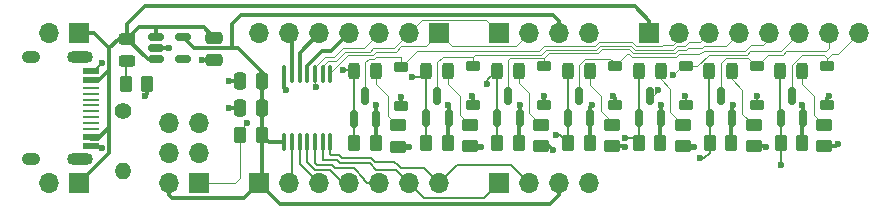
<source format=gbr>
%TF.GenerationSoftware,KiCad,Pcbnew,8.0.6*%
%TF.CreationDate,2024-11-04T18:07:15+01:00*%
%TF.ProjectId,ATtiny3,41547469-6e79-4332-9e6b-696361645f70,rev?*%
%TF.SameCoordinates,Original*%
%TF.FileFunction,Copper,L1,Top*%
%TF.FilePolarity,Positive*%
%FSLAX46Y46*%
G04 Gerber Fmt 4.6, Leading zero omitted, Abs format (unit mm)*
G04 Created by KiCad (PCBNEW 8.0.6) date 2024-11-04 18:07:15*
%MOMM*%
%LPD*%
G01*
G04 APERTURE LIST*
G04 Aperture macros list*
%AMRoundRect*
0 Rectangle with rounded corners*
0 $1 Rounding radius*
0 $2 $3 $4 $5 $6 $7 $8 $9 X,Y pos of 4 corners*
0 Add a 4 corners polygon primitive as box body*
4,1,4,$2,$3,$4,$5,$6,$7,$8,$9,$2,$3,0*
0 Add four circle primitives for the rounded corners*
1,1,$1+$1,$2,$3*
1,1,$1+$1,$4,$5*
1,1,$1+$1,$6,$7*
1,1,$1+$1,$8,$9*
0 Add four rect primitives between the rounded corners*
20,1,$1+$1,$2,$3,$4,$5,0*
20,1,$1+$1,$4,$5,$6,$7,0*
20,1,$1+$1,$6,$7,$8,$9,0*
20,1,$1+$1,$8,$9,$2,$3,0*%
G04 Aperture macros list end*
%TA.AperFunction,SMDPad,CuDef*%
%ADD10RoundRect,0.250000X-0.262500X-0.450000X0.262500X-0.450000X0.262500X0.450000X-0.262500X0.450000X0*%
%TD*%
%TA.AperFunction,SMDPad,CuDef*%
%ADD11RoundRect,0.150000X-0.512500X-0.150000X0.512500X-0.150000X0.512500X0.150000X-0.512500X0.150000X0*%
%TD*%
%TA.AperFunction,ComponentPad*%
%ADD12R,1.700000X1.700000*%
%TD*%
%TA.AperFunction,ComponentPad*%
%ADD13O,1.700000X1.700000*%
%TD*%
%TA.AperFunction,SMDPad,CuDef*%
%ADD14RoundRect,0.250000X0.250000X0.475000X-0.250000X0.475000X-0.250000X-0.475000X0.250000X-0.475000X0*%
%TD*%
%TA.AperFunction,SMDPad,CuDef*%
%ADD15RoundRect,0.243750X-0.243750X-0.456250X0.243750X-0.456250X0.243750X0.456250X-0.243750X0.456250X0*%
%TD*%
%TA.AperFunction,SMDPad,CuDef*%
%ADD16R,1.450000X0.250000*%
%TD*%
%TA.AperFunction,SMDPad,CuDef*%
%ADD17R,1.450000X0.300000*%
%TD*%
%TA.AperFunction,ComponentPad*%
%ADD18RoundRect,0.500000X-0.600000X0.000010X-0.600000X-0.000010X0.600000X-0.000010X0.600000X0.000010X0*%
%TD*%
%TA.AperFunction,ComponentPad*%
%ADD19RoundRect,0.500000X-0.300000X0.000010X-0.300000X-0.000010X0.300000X-0.000010X0.300000X0.000010X0*%
%TD*%
%TA.AperFunction,SMDPad,CuDef*%
%ADD20RoundRect,0.150000X0.150000X-0.587500X0.150000X0.587500X-0.150000X0.587500X-0.150000X-0.587500X0*%
%TD*%
%TA.AperFunction,SMDPad,CuDef*%
%ADD21RoundRect,0.250000X-0.450000X0.262500X-0.450000X-0.262500X0.450000X-0.262500X0.450000X0.262500X0*%
%TD*%
%TA.AperFunction,SMDPad,CuDef*%
%ADD22RoundRect,0.250000X-0.475000X0.250000X-0.475000X-0.250000X0.475000X-0.250000X0.475000X0.250000X0*%
%TD*%
%TA.AperFunction,SMDPad,CuDef*%
%ADD23RoundRect,0.250000X0.262500X0.450000X-0.262500X0.450000X-0.262500X-0.450000X0.262500X-0.450000X0*%
%TD*%
%TA.AperFunction,SMDPad,CuDef*%
%ADD24RoundRect,0.225000X0.375000X-0.225000X0.375000X0.225000X-0.375000X0.225000X-0.375000X-0.225000X0*%
%TD*%
%TA.AperFunction,SMDPad,CuDef*%
%ADD25RoundRect,0.100000X0.100000X-0.637500X0.100000X0.637500X-0.100000X0.637500X-0.100000X-0.637500X0*%
%TD*%
%TA.AperFunction,SMDPad,CuDef*%
%ADD26RoundRect,0.243750X-0.456250X0.243750X-0.456250X-0.243750X0.456250X-0.243750X0.456250X0.243750X0*%
%TD*%
%TA.AperFunction,ComponentPad*%
%ADD27C,1.400000*%
%TD*%
%TA.AperFunction,ComponentPad*%
%ADD28O,1.400000X1.400000*%
%TD*%
%TA.AperFunction,ViaPad*%
%ADD29C,0.600000*%
%TD*%
%TA.AperFunction,Conductor*%
%ADD30C,0.300000*%
%TD*%
%TA.AperFunction,Conductor*%
%ADD31C,0.200000*%
%TD*%
%TA.AperFunction,Conductor*%
%ADD32C,0.100000*%
%TD*%
G04 APERTURE END LIST*
D10*
%TO.P,rgate3,1,1*%
%TO.N,PA3*%
X60767100Y-32149700D03*
%TO.P,rgate3,2,2*%
%TO.N,GND*%
X62592100Y-32149700D03*
%TD*%
D11*
%TO.P,U1,1,VIN*%
%TO.N,+5V*%
X31882500Y-23180000D03*
%TO.P,U1,2,GND*%
%TO.N,GND*%
X31882500Y-24130000D03*
%TO.P,U1,3,EN*%
%TO.N,+5V*%
X31882500Y-25080000D03*
%TO.P,U1,4,NC*%
%TO.N,unconnected-(U1-NC-Pad4)*%
X34157500Y-25080000D03*
%TO.P,U1,5,VOUT*%
%TO.N,+3.3V*%
X34157500Y-23180000D03*
%TD*%
D12*
%TO.P,J7,1,Pin_1*%
%TO.N,+3.3V*%
X40640000Y-35560000D03*
D13*
%TO.P,J7,2,Pin_2*%
%TO.N,PA4*%
X43180000Y-35560000D03*
%TO.P,J7,3,Pin_3*%
%TO.N,PA5*%
X45720000Y-35560000D03*
%TO.P,J7,4,Pin_4*%
%TO.N,PA6*%
X48260000Y-35560000D03*
%TO.P,J7,5,Pin_5*%
%TO.N,PA7*%
X50800000Y-35560000D03*
%TO.P,J7,6,Pin_6*%
%TO.N,PB3-RX*%
X53340000Y-35560000D03*
%TO.P,J7,7,Pin_7*%
%TO.N,PB2-TX*%
X55880000Y-35560000D03*
%TD*%
D10*
%TO.P,rgate4,1,1*%
%TO.N,PA4*%
X66767100Y-32149700D03*
%TO.P,rgate4,2,2*%
%TO.N,GND*%
X68592100Y-32149700D03*
%TD*%
D14*
%TO.P,C3,1,1*%
%TO.N,+3.3V*%
X40894000Y-29210000D03*
%TO.P,C3,2,2*%
%TO.N,GND*%
X38994000Y-29210000D03*
%TD*%
D15*
%TO.P,led7,1,+*%
%TO.N,PA7*%
X84742100Y-26053700D03*
%TO.P,led7,2,-*%
%TO.N,Net-(led7--)*%
X86617100Y-26053700D03*
%TD*%
D16*
%TO.P,J4,A1,GND*%
%TO.N,GND*%
X26372500Y-25855000D03*
%TO.P,J4,A4,VBUS*%
%TO.N,+5V*%
X26372500Y-26655000D03*
%TO.P,J4,A5,CC1*%
%TO.N,unconnected-(J4-CC1-PadA5)*%
X26372500Y-27980000D03*
%TO.P,J4,A6,D+*%
%TO.N,unconnected-(J4-D+-PadA6)*%
X26372500Y-28980000D03*
%TO.P,J4,A7,D-*%
%TO.N,unconnected-(J4-D--PadA7)*%
X26372500Y-29480000D03*
%TO.P,J4,A8,SBU1*%
%TO.N,unconnected-(J4-SBU1-PadA8)*%
X26372500Y-30480000D03*
%TO.P,J4,A9,VBUS*%
%TO.N,+5V*%
X26372500Y-31805000D03*
%TO.P,J4,A12,GND*%
%TO.N,GND*%
X26372500Y-32605000D03*
D17*
%TO.P,J4,B1,GND*%
X26372500Y-32330000D03*
%TO.P,J4,B4,VBUS*%
%TO.N,+5V*%
X26372500Y-31530000D03*
D16*
%TO.P,J4,B5,CC2*%
%TO.N,unconnected-(J4-CC2-PadB5)*%
X26372500Y-30980000D03*
%TO.P,J4,B6,D+*%
%TO.N,unconnected-(J4-D+-PadB6)*%
X26372500Y-29980000D03*
%TO.P,J4,B7,D-*%
%TO.N,unconnected-(J4-D--PadB7)*%
X26372500Y-28480000D03*
%TO.P,J4,B8,SBU2*%
%TO.N,unconnected-(J4-SBU2-PadB8)*%
X26372500Y-27480000D03*
D17*
%TO.P,J4,B9,VBUS*%
%TO.N,+5V*%
X26372500Y-26930000D03*
%TO.P,J4,B12,GND*%
%TO.N,GND*%
X26372500Y-26130000D03*
D18*
%TO.P,J4,S1,SHIELD*%
%TO.N,Net-(J4-SHIELD)*%
X25452500Y-24910000D03*
D19*
X21272500Y-24910000D03*
D18*
X25452500Y-33550000D03*
D19*
X21272500Y-33550000D03*
%TD*%
D10*
%TO.P,rgate2,1,1*%
%TO.N,PA2*%
X54767100Y-32149700D03*
%TO.P,rgate2,2,2*%
%TO.N,GND*%
X56592100Y-32149700D03*
%TD*%
D20*
%TO.P,q5,1,G*%
%TO.N,PA5*%
X72763600Y-30039200D03*
%TO.P,q5,2,S*%
%TO.N,GND*%
X74663600Y-30039200D03*
%TO.P,q5,3,D*%
%TO.N,OUT5*%
X73713600Y-28164200D03*
%TD*%
D21*
%TO.P,rled2,1,1*%
%TO.N,Net-(led2--)*%
X58473600Y-30602200D03*
%TO.P,rled2,2,2*%
%TO.N,GND*%
X58473600Y-32427200D03*
%TD*%
D22*
%TO.P,C1,1,1*%
%TO.N,+5V*%
X36830000Y-23246000D03*
%TO.P,C1,2,2*%
%TO.N,GND*%
X36830000Y-25146000D03*
%TD*%
D21*
%TO.P,rled6,1,1*%
%TO.N,Net-(led6--)*%
X82473600Y-30602200D03*
%TO.P,rled6,2,2*%
%TO.N,GND*%
X82473600Y-32427200D03*
%TD*%
D20*
%TO.P,q3,1,G*%
%TO.N,PA3*%
X60763600Y-30039200D03*
%TO.P,q3,2,S*%
%TO.N,GND*%
X62663600Y-30039200D03*
%TO.P,q3,3,D*%
%TO.N,OUT3*%
X61713600Y-28164200D03*
%TD*%
D15*
%TO.P,led5,1,+*%
%TO.N,PA5*%
X72742100Y-26053700D03*
%TO.P,led5,2,-*%
%TO.N,Net-(led5--)*%
X74617100Y-26053700D03*
%TD*%
D10*
%TO.P,rgate5,1,1*%
%TO.N,PA5*%
X72767100Y-32149700D03*
%TO.P,rgate5,2,2*%
%TO.N,GND*%
X74592100Y-32149700D03*
%TD*%
D23*
%TO.P,R2,1,1*%
%TO.N,+3.3V*%
X40856500Y-31496000D03*
%TO.P,R2,2,2*%
%TO.N,PA0-UPDI*%
X39031500Y-31496000D03*
%TD*%
D15*
%TO.P,led6,1,+*%
%TO.N,PA6*%
X78742100Y-26053700D03*
%TO.P,led6,2,-*%
%TO.N,Net-(led6--)*%
X80617100Y-26053700D03*
%TD*%
%TO.P,led4,1,+*%
%TO.N,PA4*%
X66742100Y-26053700D03*
%TO.P,led4,2,-*%
%TO.N,Net-(led4--)*%
X68617100Y-26053700D03*
%TD*%
D24*
%TO.P,dq5,1,+*%
%TO.N,GND*%
X76727600Y-28973700D03*
%TO.P,dq5,2,-*%
%TO.N,OUT5*%
X76727600Y-25673700D03*
%TD*%
D10*
%TO.P,rgate7,1,1*%
%TO.N,PA7*%
X84767100Y-32149700D03*
%TO.P,rgate7,2,2*%
%TO.N,GND*%
X86592100Y-32149700D03*
%TD*%
D15*
%TO.P,led2,1,+*%
%TO.N,PA2*%
X54742100Y-26053700D03*
%TO.P,led2,2,-*%
%TO.N,Net-(led2--)*%
X56617100Y-26053700D03*
%TD*%
D10*
%TO.P,rgate6,1,1*%
%TO.N,PA6*%
X78767100Y-32149700D03*
%TO.P,rgate6,2,2*%
%TO.N,GND*%
X80592100Y-32149700D03*
%TD*%
D24*
%TO.P,dq6,1,+*%
%TO.N,GND*%
X82727600Y-28973700D03*
%TO.P,dq6,2,-*%
%TO.N,OUT6*%
X82727600Y-25673700D03*
%TD*%
D21*
%TO.P,rled4,1,1*%
%TO.N,Net-(led4--)*%
X70473600Y-30602200D03*
%TO.P,rled4,2,2*%
%TO.N,GND*%
X70473600Y-32427200D03*
%TD*%
D24*
%TO.P,dq7,1,+*%
%TO.N,GND*%
X88727600Y-28973700D03*
%TO.P,dq7,2,-*%
%TO.N,OUT7*%
X88727600Y-25673700D03*
%TD*%
%TO.P,dq4,1,+*%
%TO.N,GND*%
X70727600Y-28973700D03*
%TO.P,dq4,2,-*%
%TO.N,OUT4*%
X70727600Y-25673700D03*
%TD*%
D12*
%TO.P,J9,1,Pin_1*%
%TO.N,+5V*%
X73660000Y-22860000D03*
D13*
%TO.P,J9,2,Pin_2*%
%TO.N,OUT1*%
X76200000Y-22860000D03*
%TO.P,J9,3,Pin_3*%
%TO.N,OUT2*%
X78740000Y-22860000D03*
%TO.P,J9,4,Pin_4*%
%TO.N,OUT3*%
X81280000Y-22860000D03*
%TO.P,J9,5,Pin_5*%
%TO.N,OUT4*%
X83820000Y-22860000D03*
%TO.P,J9,6,Pin_6*%
%TO.N,OUT5*%
X86360000Y-22860000D03*
%TO.P,J9,7,Pin_7*%
%TO.N,OUT6*%
X88900000Y-22860000D03*
%TO.P,J9,8,Pin_8*%
%TO.N,OUT7*%
X91440000Y-22860000D03*
%TD*%
D21*
%TO.P,rled5,1,1*%
%TO.N,Net-(led5--)*%
X76473600Y-30602200D03*
%TO.P,rled5,2,2*%
%TO.N,GND*%
X76473600Y-32427200D03*
%TD*%
D24*
%TO.P,dq3,1,+*%
%TO.N,GND*%
X64727600Y-28973700D03*
%TO.P,dq3,2,-*%
%TO.N,OUT3*%
X64727600Y-25673700D03*
%TD*%
D12*
%TO.P,J8,1,Pin_1*%
%TO.N,PB1-SDA*%
X55880000Y-22860000D03*
D13*
%TO.P,J8,2,Pin_2*%
%TO.N,PB0-SCL*%
X53340000Y-22860000D03*
%TO.P,J8,3,Pin_3*%
%TO.N,PA0-UPDI*%
X50800000Y-22860000D03*
%TO.P,J8,4,Pin_4*%
%TO.N,PA1*%
X48260000Y-22860000D03*
%TO.P,J8,5,Pin_5*%
%TO.N,PA2*%
X45720000Y-22860000D03*
%TO.P,J8,6,Pin_6*%
%TO.N,PA3*%
X43180000Y-22860000D03*
%TO.P,J8,7,Pin_7*%
%TO.N,GND*%
X40640000Y-22860000D03*
%TD*%
D21*
%TO.P,rled1,1,1*%
%TO.N,Net-(led1--)*%
X52361100Y-30649700D03*
%TO.P,rled1,2,2*%
%TO.N,GND*%
X52361100Y-32474700D03*
%TD*%
D24*
%TO.P,dq1,1,+*%
%TO.N,GND*%
X52615100Y-29021200D03*
%TO.P,dq1,2,-*%
%TO.N,OUT1*%
X52615100Y-25721200D03*
%TD*%
D12*
%TO.P,J6,1,Pin_1*%
%TO.N,+5V*%
X25400000Y-22860000D03*
D13*
%TO.P,J6,2,Pin_2*%
%TO.N,GND*%
X22860000Y-22860000D03*
%TD*%
D20*
%TO.P,q2,1,G*%
%TO.N,PA2*%
X54763600Y-30039200D03*
%TO.P,q2,2,S*%
%TO.N,GND*%
X56663600Y-30039200D03*
%TO.P,q2,3,D*%
%TO.N,OUT2*%
X55713600Y-28164200D03*
%TD*%
D24*
%TO.P,dq2,1,+*%
%TO.N,GND*%
X58727600Y-28973700D03*
%TO.P,dq2,2,-*%
%TO.N,OUT2*%
X58727600Y-25673700D03*
%TD*%
D12*
%TO.P,J1,1,Pin_1*%
%TO.N,PA0-UPDI*%
X35560000Y-35560000D03*
D13*
%TO.P,J1,2,Pin_2*%
%TO.N,+3.3V*%
X33020000Y-35560000D03*
%TO.P,J1,3,Pin_3*%
%TO.N,unconnected-(J1-Pin_3-Pad3)*%
X35560000Y-33020000D03*
%TO.P,J1,4,Pin_4*%
%TO.N,unconnected-(J1-Pin_4-Pad4)*%
X33020000Y-33020000D03*
%TO.P,J1,5,Pin_5*%
%TO.N,unconnected-(J1-Pin_5-Pad5)*%
X35560000Y-30480000D03*
%TO.P,J1,6,Pin_6*%
%TO.N,GND*%
X33020000Y-30480000D03*
%TD*%
D12*
%TO.P,J2,1,Pin_1*%
%TO.N,PB0-SCL*%
X60960000Y-22860000D03*
D13*
%TO.P,J2,2,Pin_2*%
%TO.N,PB1-SDA*%
X63500000Y-22860000D03*
%TO.P,J2,3,Pin_3*%
%TO.N,+3.3V*%
X66040000Y-22860000D03*
%TO.P,J2,4,Pin_4*%
%TO.N,GND*%
X68580000Y-22860000D03*
%TD*%
D10*
%TO.P,rgate1,1,1*%
%TO.N,PA1*%
X48654600Y-32197200D03*
%TO.P,rgate1,2,2*%
%TO.N,GND*%
X50479600Y-32197200D03*
%TD*%
D25*
%TO.P,U2,1,VCC*%
%TO.N,+3.3V*%
X42754000Y-32072500D03*
%TO.P,U2,2,PA4*%
%TO.N,PA4*%
X43404000Y-32072500D03*
%TO.P,U2,3,PA5*%
%TO.N,PA5*%
X44054000Y-32072500D03*
%TO.P,U2,4,PA6*%
%TO.N,PA6*%
X44704000Y-32072500D03*
%TO.P,U2,5,PA7*%
%TO.N,PA7*%
X45354000Y-32072500D03*
%TO.P,U2,6,PB3*%
%TO.N,PB3-RX*%
X46004000Y-32072500D03*
%TO.P,U2,7,PB2*%
%TO.N,PB2-TX*%
X46654000Y-32072500D03*
%TO.P,U2,8,PB1*%
%TO.N,PB1-SDA*%
X46654000Y-26347500D03*
%TO.P,U2,9,PB0*%
%TO.N,PB0-SCL*%
X46004000Y-26347500D03*
%TO.P,U2,10,~{RESET}/PA0*%
%TO.N,PA0-UPDI*%
X45354000Y-26347500D03*
%TO.P,U2,11,PA1*%
%TO.N,PA1*%
X44704000Y-26347500D03*
%TO.P,U2,12,PA2*%
%TO.N,PA2*%
X44054000Y-26347500D03*
%TO.P,U2,13,PA3*%
%TO.N,PA3*%
X43404000Y-26347500D03*
%TO.P,U2,14,GND*%
%TO.N,GND*%
X42754000Y-26347500D03*
%TD*%
D15*
%TO.P,led1,1,+*%
%TO.N,PA1*%
X48629600Y-26101200D03*
%TO.P,led1,2,-*%
%TO.N,Net-(led1--)*%
X50504600Y-26101200D03*
%TD*%
D21*
%TO.P,rled3,1,1*%
%TO.N,Net-(led3--)*%
X64473600Y-30602200D03*
%TO.P,rled3,2,2*%
%TO.N,GND*%
X64473600Y-32427200D03*
%TD*%
D12*
%TO.P,J5,1,Pin_1*%
%TO.N,+5V*%
X25400000Y-35560000D03*
D13*
%TO.P,J5,2,Pin_2*%
%TO.N,GND*%
X22860000Y-35560000D03*
%TD*%
D10*
%TO.P,RLedON1,1,1*%
%TO.N,Net-(LedON1--)*%
X29313500Y-27178000D03*
%TO.P,RLedON1,2,2*%
%TO.N,GND*%
X31138500Y-27178000D03*
%TD*%
D12*
%TO.P,J3,1,Pin_1*%
%TO.N,PB3-RX*%
X60960000Y-35560000D03*
D13*
%TO.P,J3,2,Pin_2*%
%TO.N,PB2-TX*%
X63500000Y-35560000D03*
%TO.P,J3,3,Pin_3*%
%TO.N,+3.3V*%
X66040000Y-35560000D03*
%TO.P,J3,4,Pin_4*%
%TO.N,GND*%
X68580000Y-35560000D03*
%TD*%
D20*
%TO.P,q1,1,G*%
%TO.N,PA1*%
X48651100Y-30086700D03*
%TO.P,q1,2,S*%
%TO.N,GND*%
X50551100Y-30086700D03*
%TO.P,q1,3,D*%
%TO.N,OUT1*%
X49601100Y-28211700D03*
%TD*%
D26*
%TO.P,LedON1,1,+*%
%TO.N,+5V*%
X29464000Y-23343000D03*
%TO.P,LedON1,2,-*%
%TO.N,Net-(LedON1--)*%
X29464000Y-25218000D03*
%TD*%
D15*
%TO.P,led3,1,+*%
%TO.N,PA3*%
X60742100Y-26053700D03*
%TO.P,led3,2,-*%
%TO.N,Net-(led3--)*%
X62617100Y-26053700D03*
%TD*%
D27*
%TO.P,R1,1*%
%TO.N,Net-(J4-SHIELD)*%
X29083000Y-29464000D03*
D28*
%TO.P,R1,2*%
%TO.N,GND*%
X29083000Y-34544000D03*
%TD*%
D21*
%TO.P,rled7,1,1*%
%TO.N,Net-(led7--)*%
X88473600Y-30602200D03*
%TO.P,rled7,2,2*%
%TO.N,GND*%
X88473600Y-32427200D03*
%TD*%
D20*
%TO.P,q4,1,G*%
%TO.N,PA4*%
X66763600Y-30039200D03*
%TO.P,q4,2,S*%
%TO.N,GND*%
X68663600Y-30039200D03*
%TO.P,q4,3,D*%
%TO.N,OUT4*%
X67713600Y-28164200D03*
%TD*%
%TO.P,q6,1,G*%
%TO.N,PA6*%
X78763600Y-30039200D03*
%TO.P,q6,2,S*%
%TO.N,GND*%
X80663600Y-30039200D03*
%TO.P,q6,3,D*%
%TO.N,OUT6*%
X79713600Y-28164200D03*
%TD*%
%TO.P,q7,1,G*%
%TO.N,PA7*%
X84763600Y-30039200D03*
%TO.P,q7,2,S*%
%TO.N,GND*%
X86663600Y-30039200D03*
%TO.P,q7,3,D*%
%TO.N,OUT7*%
X85713600Y-28164200D03*
%TD*%
D14*
%TO.P,C2,1,1*%
%TO.N,+3.3V*%
X40894000Y-26924000D03*
%TO.P,C2,2,2*%
%TO.N,GND*%
X38994000Y-26924000D03*
%TD*%
D29*
%TO.N,GND*%
X62738000Y-28956000D03*
X30988000Y-28194000D03*
X33020000Y-24130000D03*
X53340000Y-32512000D03*
X27290000Y-32605000D03*
X80772000Y-28956000D03*
X71628000Y-32512000D03*
X27290000Y-25400000D03*
X77470000Y-32512000D03*
X58674000Y-28194000D03*
X56642000Y-28956000D03*
X88900000Y-28194000D03*
X38100000Y-29210000D03*
X68834000Y-28956000D03*
X86614000Y-28956000D03*
X65532000Y-32766000D03*
X89662000Y-32258000D03*
X82804000Y-28194000D03*
X83566000Y-32512000D03*
X59436000Y-32512000D03*
X52615100Y-28231100D03*
X50546000Y-28956000D03*
X35814000Y-25146000D03*
X38100000Y-26924000D03*
X64770000Y-28194000D03*
X42926000Y-27686000D03*
X70612000Y-28194000D03*
X76708000Y-28194000D03*
X74676000Y-28956000D03*
%TO.N,PA0-UPDI*%
X45466000Y-27432000D03*
X39624000Y-30480000D03*
%TO.N,PA4*%
X65786000Y-31496000D03*
%TO.N,PA6*%
X77978000Y-33436000D03*
%TO.N,PA7*%
X84836000Y-34036000D03*
%TO.N,PA5*%
X71628000Y-31711997D03*
%TO.N,PA2*%
X53594000Y-26578000D03*
%TO.N,PA3*%
X59944000Y-27178000D03*
%TO.N,PA1*%
X47676174Y-25999644D03*
%TO.N,OUT5*%
X74422000Y-27686000D03*
X75692000Y-26416000D03*
%TD*%
D30*
%TO.N,+3.3V*%
X66040000Y-21844000D02*
X66040000Y-22860000D01*
X66040000Y-36576000D02*
X66040000Y-35560000D01*
X65532000Y-21336000D02*
X66040000Y-21844000D01*
X38354000Y-24130000D02*
X38354000Y-22098000D01*
X40894000Y-29210000D02*
X40894000Y-31458500D01*
X41433000Y-32072500D02*
X40856500Y-31496000D01*
X40856500Y-31496000D02*
X40856500Y-35343500D01*
X38354000Y-24130000D02*
X38862000Y-24130000D01*
X42418000Y-37338000D02*
X65278000Y-37338000D01*
X40894000Y-26924000D02*
X40894000Y-29210000D01*
X65278000Y-37338000D02*
X66040000Y-36576000D01*
X40894000Y-26162000D02*
X40894000Y-26924000D01*
X38354000Y-22098000D02*
X39116000Y-21336000D01*
X33020000Y-35560000D02*
X33020000Y-36576000D01*
X33274000Y-36830000D02*
X39370000Y-36830000D01*
X39370000Y-36830000D02*
X40640000Y-35560000D01*
X40894000Y-31458500D02*
X40856500Y-31496000D01*
X38862000Y-24130000D02*
X40894000Y-26162000D01*
X34157500Y-23180000D02*
X35107500Y-24130000D01*
X35107500Y-24130000D02*
X38354000Y-24130000D01*
X42754000Y-32072500D02*
X41433000Y-32072500D01*
X40640000Y-35560000D02*
X42418000Y-37338000D01*
X33020000Y-36576000D02*
X33274000Y-36830000D01*
X40856500Y-35343500D02*
X40640000Y-35560000D01*
X39116000Y-21336000D02*
X65532000Y-21336000D01*
%TO.N,GND*%
X62592100Y-32149700D02*
X62592100Y-30110700D01*
X38994000Y-26924000D02*
X38100000Y-26924000D01*
X50479600Y-30158200D02*
X50551100Y-30086700D01*
X80592100Y-30110700D02*
X80663600Y-30039200D01*
X65193200Y-32427200D02*
X65278000Y-32512000D01*
D31*
X26835000Y-25855000D02*
X27290000Y-25400000D01*
X26372500Y-25855000D02*
X26835000Y-25855000D01*
D30*
X88727600Y-28366400D02*
X88900000Y-28194000D01*
X53302700Y-32474700D02*
X53340000Y-32512000D01*
X64473600Y-32427200D02*
X65193200Y-32427200D01*
X38994000Y-29210000D02*
X38100000Y-29210000D01*
X86592100Y-32149700D02*
X86592100Y-30110700D01*
X62592100Y-30110700D02*
X62663600Y-30039200D01*
X31138500Y-28043500D02*
X30988000Y-28194000D01*
X50551100Y-28961100D02*
X50546000Y-28956000D01*
X80663600Y-30039200D02*
X80663600Y-29064400D01*
X76473600Y-32427200D02*
X77385200Y-32427200D01*
X59351200Y-32427200D02*
X59436000Y-32512000D01*
X68592100Y-30110700D02*
X68663600Y-30039200D01*
X86663600Y-29005600D02*
X86614000Y-28956000D01*
D31*
X82727600Y-28270400D02*
X82804000Y-28194000D01*
D30*
X50479600Y-32197200D02*
X50479600Y-30158200D01*
X86663600Y-30039200D02*
X86663600Y-29005600D01*
X68663600Y-30039200D02*
X68663600Y-29126400D01*
X50551100Y-30086700D02*
X50551100Y-28961100D01*
X52361100Y-32474700D02*
X53302700Y-32474700D01*
X56663600Y-30039200D02*
X56663600Y-28977600D01*
X52578000Y-28194000D02*
X52615100Y-28231100D01*
X58727600Y-28973700D02*
X58727600Y-28247600D01*
X64727600Y-28236400D02*
X64770000Y-28194000D01*
X86592100Y-30110700D02*
X86663600Y-30039200D01*
X36830000Y-25146000D02*
X35814000Y-25146000D01*
X56592100Y-30110700D02*
X56663600Y-30039200D01*
X56663600Y-28977600D02*
X56642000Y-28956000D01*
X68592100Y-32149700D02*
X68592100Y-30110700D01*
X58727600Y-28247600D02*
X58674000Y-28194000D01*
X88473600Y-32427200D02*
X89492800Y-32427200D01*
X89492800Y-32427200D02*
X89662000Y-32258000D01*
X58473600Y-32427200D02*
X59351200Y-32427200D01*
X74592100Y-30110700D02*
X74663600Y-30039200D01*
X56592100Y-32149700D02*
X56592100Y-30110700D01*
X64727600Y-28973700D02*
X64727600Y-28236400D01*
X42754000Y-26347500D02*
X42754000Y-27514000D01*
X70727600Y-28973700D02*
X70727600Y-28309600D01*
X52615100Y-29021200D02*
X52615100Y-28231100D01*
X70727600Y-28309600D02*
X70612000Y-28194000D01*
X71543200Y-32427200D02*
X71628000Y-32512000D01*
X88727600Y-28973700D02*
X88727600Y-28366400D01*
X80663600Y-29064400D02*
X80772000Y-28956000D01*
X62663600Y-29030400D02*
X62738000Y-28956000D01*
D31*
X76727600Y-28213600D02*
X76708000Y-28194000D01*
X76727600Y-28973700D02*
X76727600Y-28213600D01*
D30*
X82473600Y-32427200D02*
X83481200Y-32427200D01*
X77385200Y-32427200D02*
X77470000Y-32512000D01*
D31*
X26372500Y-32605000D02*
X27290000Y-32605000D01*
D30*
X68663600Y-29126400D02*
X68834000Y-28956000D01*
X65278000Y-32512000D02*
X65532000Y-32766000D01*
X74663600Y-30039200D02*
X74663600Y-28968400D01*
X31882500Y-24130000D02*
X33020000Y-24130000D01*
X74663600Y-28968400D02*
X74676000Y-28956000D01*
X74592100Y-32149700D02*
X74592100Y-30110700D01*
X70473600Y-32427200D02*
X71543200Y-32427200D01*
X42754000Y-27514000D02*
X42926000Y-27686000D01*
X31138500Y-27178000D02*
X31138500Y-28043500D01*
X80592100Y-32149700D02*
X80592100Y-30110700D01*
X83481200Y-32427200D02*
X83566000Y-32512000D01*
D31*
X82727600Y-28973700D02*
X82727600Y-28270400D01*
D30*
X62663600Y-30039200D02*
X62663600Y-29030400D01*
%TO.N,+5V*%
X31882500Y-22473500D02*
X32004000Y-22352000D01*
X27940000Y-33020000D02*
X27940000Y-30837500D01*
X26372500Y-26930000D02*
X26947500Y-26930000D01*
X32004000Y-22352000D02*
X35936000Y-22352000D01*
X30455000Y-22352000D02*
X32004000Y-22352000D01*
X27940000Y-24130000D02*
X28727000Y-23343000D01*
X73660000Y-21844000D02*
X72405000Y-20589000D01*
X73660000Y-22860000D02*
X73660000Y-21844000D01*
X27940000Y-25937500D02*
X27940000Y-24130000D01*
X26972500Y-31805000D02*
X27940000Y-30837500D01*
X30973000Y-20589000D02*
X29464000Y-22098000D01*
X29464000Y-22098000D02*
X29464000Y-23343000D01*
X26372500Y-31805000D02*
X26972500Y-31805000D01*
X28727000Y-23343000D02*
X29464000Y-23343000D01*
X31882500Y-25080000D02*
X31201000Y-25080000D01*
X26670000Y-22860000D02*
X27940000Y-24130000D01*
X25400000Y-35560000D02*
X27940000Y-33020000D01*
X27940000Y-30837500D02*
X27940000Y-25937500D01*
X25400000Y-22860000D02*
X26670000Y-22860000D01*
X26947500Y-26930000D02*
X27940000Y-25937500D01*
X29464000Y-23343000D02*
X30455000Y-22352000D01*
X35936000Y-22352000D02*
X36830000Y-23246000D01*
X72405000Y-20589000D02*
X30973000Y-20589000D01*
X31882500Y-23180000D02*
X31882500Y-22473500D01*
X31201000Y-25080000D02*
X29464000Y-23343000D01*
D32*
%TO.N,Net-(led1--)*%
X51562000Y-28194000D02*
X51562000Y-29850600D01*
X50504600Y-26101200D02*
X50504600Y-27136600D01*
X51562000Y-29850600D02*
X52361100Y-30649700D01*
X50504600Y-27136600D02*
X51562000Y-28194000D01*
%TO.N,Net-(led2--)*%
X57658000Y-28194000D02*
X57658000Y-29786600D01*
X56617100Y-27153100D02*
X57658000Y-28194000D01*
X57658000Y-29786600D02*
X58473600Y-30602200D01*
X56617100Y-26053700D02*
X56617100Y-27153100D01*
%TO.N,Net-(led3--)*%
X62617100Y-26053700D02*
X62617100Y-27057100D01*
X63500000Y-27940000D02*
X63500000Y-29628600D01*
X62617100Y-27057100D02*
X63500000Y-27940000D01*
X63500000Y-29628600D02*
X64473600Y-30602200D01*
%TO.N,Net-(led4--)*%
X69596000Y-28194000D02*
X69596000Y-29464000D01*
X68617100Y-26053700D02*
X68617100Y-27215100D01*
X68617100Y-27215100D02*
X69596000Y-28194000D01*
X69596000Y-29464000D02*
X70473600Y-30341600D01*
X70473600Y-30341600D02*
X70473600Y-30602200D01*
%TO.N,Net-(led5--)*%
X75438000Y-27574599D02*
X75438000Y-29566600D01*
X75438000Y-29566600D02*
X76473600Y-30602200D01*
X74617100Y-26053700D02*
X74617100Y-26753699D01*
X74617100Y-26753699D02*
X75438000Y-27574599D01*
%TO.N,Net-(led6--)*%
X80617100Y-26053700D02*
X80617100Y-26769100D01*
X81534000Y-29662600D02*
X82473600Y-30602200D01*
X81534000Y-27686000D02*
X81534000Y-29662600D01*
X80617100Y-26769100D02*
X81534000Y-27686000D01*
%TO.N,PA0-UPDI*%
X46228000Y-24892000D02*
X45974000Y-25146000D01*
X38608000Y-35560000D02*
X39031500Y-35136500D01*
X35560000Y-35560000D02*
X38608000Y-35560000D01*
X39370000Y-31157500D02*
X39031500Y-31496000D01*
X46990000Y-24892000D02*
X46228000Y-24892000D01*
X39370000Y-30480000D02*
X39370000Y-31157500D01*
X39031500Y-35136500D02*
X39031500Y-31496000D01*
X45970254Y-25146000D02*
X45354000Y-25762254D01*
X45466000Y-27432000D02*
X45354000Y-27320000D01*
X45354000Y-25762254D02*
X45354000Y-26347500D01*
X47752000Y-24130000D02*
X46990000Y-24892000D01*
X49530000Y-24130000D02*
X47752000Y-24130000D01*
X45974000Y-25146000D02*
X45970254Y-25146000D01*
X39624000Y-30480000D02*
X39370000Y-30480000D01*
X45354000Y-27320000D02*
X45354000Y-26347500D01*
X50800000Y-22860000D02*
X49530000Y-24130000D01*
D31*
%TO.N,PA4*%
X65786000Y-31496000D02*
X66113400Y-31496000D01*
X66742100Y-29734900D02*
X66742100Y-26053700D01*
X66767100Y-30042700D02*
X66763600Y-30039200D01*
X66113400Y-31496000D02*
X66767100Y-32149700D01*
X66767100Y-32149700D02*
X66767100Y-30042700D01*
X43404000Y-32072500D02*
X43404000Y-35336000D01*
X66763600Y-29756400D02*
X66742100Y-29734900D01*
D30*
X43404000Y-35336000D02*
X43180000Y-35560000D01*
D31*
X66763600Y-30039200D02*
X66763600Y-29756400D01*
%TO.N,PA6*%
X78324000Y-33436000D02*
X78767100Y-32992900D01*
X78763600Y-30039200D02*
X78763600Y-29741600D01*
X45332000Y-34410000D02*
X46602000Y-34410000D01*
X78767100Y-32992900D02*
X78767100Y-32149700D01*
X78763600Y-29741600D02*
X78742100Y-29720100D01*
X77978000Y-33436000D02*
X78324000Y-33436000D01*
X46602000Y-34410000D02*
X47752000Y-35560000D01*
X78742100Y-29720100D02*
X78742100Y-26053700D01*
X44704000Y-32072500D02*
X44704000Y-33782000D01*
X47752000Y-35560000D02*
X48260000Y-35560000D01*
X78767100Y-30042700D02*
X78763600Y-30039200D01*
X44704000Y-33782000D02*
X45332000Y-34410000D01*
X78767100Y-32149700D02*
X78767100Y-30042700D01*
%TO.N,PB3-RX*%
X50546000Y-34410000D02*
X52190000Y-34410000D01*
X46004000Y-33558000D02*
X46056000Y-33610000D01*
X47218000Y-33610000D02*
X47498000Y-33890000D01*
X50026000Y-33890000D02*
X50546000Y-34410000D01*
X53340000Y-35560000D02*
X54610000Y-36830000D01*
X47498000Y-33890000D02*
X50026000Y-33890000D01*
X52190000Y-34410000D02*
X53340000Y-35560000D01*
X59690000Y-36830000D02*
X60960000Y-35560000D01*
X54610000Y-36830000D02*
X59690000Y-36830000D01*
X46056000Y-33610000D02*
X47218000Y-33610000D01*
X46004000Y-32072500D02*
X46004000Y-33558000D01*
%TO.N,PA7*%
X84836000Y-32218600D02*
X84767100Y-32149700D01*
X46767686Y-34010000D02*
X47047686Y-34290000D01*
X49530000Y-35306000D02*
X49784000Y-35560000D01*
X49530000Y-35203654D02*
X49530000Y-35306000D01*
X84763600Y-30039200D02*
X84763600Y-29282400D01*
D32*
X84742100Y-26053700D02*
X84742100Y-25493900D01*
D31*
X84767100Y-30042700D02*
X84763600Y-30039200D01*
X49784000Y-35560000D02*
X50800000Y-35560000D01*
X84836000Y-34036000D02*
X84836000Y-32218600D01*
X84742100Y-29260900D02*
X84742100Y-26053700D01*
X84767100Y-32149700D02*
X84767100Y-30042700D01*
X84763600Y-29282400D02*
X84742100Y-29260900D01*
X45497686Y-34010000D02*
X46767686Y-34010000D01*
X45354000Y-32072500D02*
X45354000Y-33866314D01*
X48616346Y-34290000D02*
X49530000Y-35203654D01*
X45354000Y-33866314D02*
X45497686Y-34010000D01*
X47047686Y-34290000D02*
X48616346Y-34290000D01*
%TO.N,PB2-TX*%
X57404000Y-34036000D02*
X61976000Y-34036000D01*
X47599843Y-33426158D02*
X50127843Y-33426158D01*
X61976000Y-34036000D02*
X63500000Y-35560000D01*
X50426000Y-33724315D02*
X52070001Y-33724315D01*
X46736000Y-33210000D02*
X47383685Y-33210000D01*
X52590000Y-34244315D02*
X54564315Y-34244315D01*
X52355686Y-34010000D02*
X52590000Y-34244315D01*
X52070001Y-33724315D02*
X52355686Y-34010000D01*
X46654000Y-32072500D02*
X46654000Y-33128000D01*
X54564315Y-34244315D02*
X55880000Y-35560000D01*
X47383685Y-33210000D02*
X47599843Y-33426158D01*
X55880000Y-35560000D02*
X57404000Y-34036000D01*
X46654000Y-33128000D02*
X46736000Y-33210000D01*
X50127843Y-33426158D02*
X50426000Y-33724315D01*
%TO.N,PA5*%
X72329397Y-31711997D02*
X72767100Y-32149700D01*
X44054000Y-33894000D02*
X45720000Y-35560000D01*
X72767100Y-32149700D02*
X72767100Y-30042700D01*
X72763600Y-26075200D02*
X72742100Y-26053700D01*
X72763600Y-30039200D02*
X72763600Y-26075200D01*
X44054000Y-32072500D02*
X44054000Y-33894000D01*
X71628000Y-31711997D02*
X72329397Y-31711997D01*
X72767100Y-30042700D02*
X72763600Y-30039200D01*
%TO.N,PA2*%
X54767100Y-30042700D02*
X54763600Y-30039200D01*
X54763600Y-29871600D02*
X54742100Y-29850100D01*
X53594000Y-26578000D02*
X54217800Y-26578000D01*
X54742100Y-29850100D02*
X54742100Y-26053700D01*
X54767100Y-32149700D02*
X54767100Y-30042700D01*
D30*
X44054000Y-24526000D02*
X45720000Y-22860000D01*
D31*
X54763600Y-30039200D02*
X54763600Y-29871600D01*
X54217800Y-26578000D02*
X54742100Y-26053700D01*
D30*
X44054000Y-26347500D02*
X44054000Y-24526000D01*
%TO.N,PA3*%
X43180000Y-22860000D02*
X43180000Y-23114000D01*
D31*
X59944000Y-27178000D02*
X59944000Y-26851800D01*
D30*
X43180000Y-23114000D02*
X43404000Y-23338000D01*
D31*
X60767100Y-32149700D02*
X60767100Y-30042700D01*
X60763600Y-26075200D02*
X60742100Y-26053700D01*
X59944000Y-26851800D02*
X60742100Y-26053700D01*
X60767100Y-30042700D02*
X60763600Y-30039200D01*
D30*
X43404000Y-23338000D02*
X43404000Y-26347500D01*
D31*
X60763600Y-30039200D02*
X60763600Y-26075200D01*
D32*
%TO.N,PB0-SCL*%
X59860000Y-21760000D02*
X60960000Y-22860000D01*
X49992000Y-24430000D02*
X50292000Y-24130000D01*
X52070000Y-24130000D02*
X53340000Y-22860000D01*
X54440000Y-21760000D02*
X59860000Y-21760000D01*
X53340000Y-22860000D02*
X54440000Y-21760000D01*
X46004000Y-26347500D02*
X46004000Y-25610001D01*
X46422001Y-25192000D02*
X47114264Y-25192000D01*
X46004000Y-25610001D02*
X46422001Y-25192000D01*
X47876264Y-24430000D02*
X49992000Y-24430000D01*
X50292000Y-24130000D02*
X52070000Y-24130000D01*
X47114264Y-25192000D02*
X47876264Y-24430000D01*
D30*
%TO.N,PA1*%
X45930001Y-24384000D02*
X46736000Y-24384000D01*
D31*
X48528044Y-25999644D02*
X48629600Y-26101200D01*
X48654600Y-32197200D02*
X48654600Y-30090200D01*
D30*
X46736000Y-24384000D02*
X48260000Y-22860000D01*
X44704000Y-25610001D02*
X45930001Y-24384000D01*
D31*
X48651100Y-30086700D02*
X48651100Y-26122700D01*
X47676174Y-25999644D02*
X48528044Y-25999644D01*
X48651100Y-26122700D02*
X48629600Y-26101200D01*
D30*
X44704000Y-26347500D02*
X44704000Y-25610001D01*
D31*
X48654600Y-30090200D02*
X48651100Y-30086700D01*
D32*
%TO.N,PB1-SDA*%
X54780000Y-23960000D02*
X55880000Y-22860000D01*
X48168000Y-24730000D02*
X50246000Y-24730000D01*
X55880000Y-22860000D02*
X56980000Y-23960000D01*
X52664264Y-23960000D02*
X54780000Y-23960000D01*
X46654000Y-26347500D02*
X46654000Y-26244000D01*
X50546000Y-24430000D02*
X52194264Y-24430000D01*
X50246000Y-24730000D02*
X50546000Y-24430000D01*
X52194264Y-24430000D02*
X52664264Y-23960000D01*
X62400000Y-23960000D02*
X63500000Y-22860000D01*
X56980000Y-23960000D02*
X62400000Y-23960000D01*
X46654000Y-26244000D02*
X48168000Y-24730000D01*
%TO.N,OUT2*%
X58727600Y-25673700D02*
X58727600Y-24838400D01*
X72097736Y-23922000D02*
X72435736Y-24260000D01*
X69497899Y-23922000D02*
X72097736Y-23922000D01*
X76655635Y-23960000D02*
X76993635Y-23622000D01*
X75990786Y-23960000D02*
X76655635Y-23960000D01*
X64863314Y-24260000D02*
X69159899Y-24260000D01*
X55713600Y-28164200D02*
X55743400Y-28194000D01*
X69159899Y-24260000D02*
X69497899Y-23922000D01*
X75690786Y-24260000D02*
X75990786Y-23960000D01*
X72435736Y-24260000D02*
X75690786Y-24260000D01*
X64439314Y-24684000D02*
X64863314Y-24260000D01*
X55713600Y-25312400D02*
X56187600Y-24838400D01*
X76993635Y-23622000D02*
X77978000Y-23622000D01*
X55713600Y-28164200D02*
X55713600Y-25312400D01*
X56187600Y-24838400D02*
X58727600Y-24838400D01*
X58727600Y-24838400D02*
X58882000Y-24684000D01*
X58882000Y-24684000D02*
X64439314Y-24684000D01*
X77978000Y-23622000D02*
X78740000Y-22860000D01*
%TO.N,OUT3*%
X61722000Y-25146000D02*
X61884000Y-24984000D01*
X65141300Y-24560000D02*
X69284163Y-24560000D01*
X64727600Y-24973700D02*
X65141300Y-24560000D01*
X61722000Y-25543778D02*
X61722000Y-25146000D01*
X78114365Y-24130000D02*
X78284365Y-23960000D01*
X71973472Y-24222000D02*
X72311472Y-24560000D01*
X78284365Y-23960000D02*
X80180000Y-23960000D01*
X64573878Y-24973700D02*
X64727600Y-24973700D01*
X76909899Y-24130000D02*
X78114365Y-24130000D01*
X61884000Y-24984000D02*
X64563578Y-24984000D01*
X69622163Y-24222000D02*
X71973472Y-24222000D01*
X61713600Y-28164200D02*
X61713600Y-25552178D01*
X80180000Y-23960000D02*
X81280000Y-22860000D01*
X76115050Y-24260000D02*
X76779899Y-24260000D01*
X64727600Y-25673700D02*
X64727600Y-24973700D01*
X75815050Y-24560000D02*
X76115050Y-24260000D01*
X72311472Y-24560000D02*
X75815050Y-24560000D01*
X64563578Y-24984000D02*
X64573878Y-24973700D01*
X61713600Y-25552178D02*
X61722000Y-25543778D01*
X76779899Y-24260000D02*
X76909899Y-24130000D01*
X69284163Y-24560000D02*
X69622163Y-24222000D01*
%TO.N,OUT4*%
X67713600Y-28164200D02*
X67713600Y-25552178D01*
X83312000Y-23876000D02*
X83820000Y-23368000D01*
X70727600Y-25399600D02*
X70727600Y-25673700D01*
X67713600Y-25552178D02*
X68235778Y-25030000D01*
X78238629Y-24430000D02*
X78284629Y-24384000D01*
X78284629Y-24384000D02*
X81791700Y-24384000D01*
X76161314Y-24638000D02*
X77900600Y-24638000D01*
X71763300Y-24638000D02*
X71965208Y-24638000D01*
X71965208Y-24638000D02*
X72187208Y-24860000D01*
X72187208Y-24860000D02*
X75939314Y-24860000D01*
X75939314Y-24860000D02*
X76161314Y-24638000D01*
X70727600Y-25673700D02*
X71763300Y-24638000D01*
X70358000Y-25030000D02*
X70727600Y-25399600D01*
X68235778Y-25030000D02*
X70358000Y-25030000D01*
X81791700Y-24384000D02*
X82299700Y-23876000D01*
X77900600Y-24638000D02*
X78108600Y-24430000D01*
X78108600Y-24430000D02*
X78238629Y-24430000D01*
X82299700Y-23876000D02*
X83312000Y-23876000D01*
X83820000Y-23368000D02*
X83820000Y-22860000D01*
%TO.N,OUT5*%
X84836000Y-24384000D02*
X86360000Y-22860000D01*
X73943800Y-28164200D02*
X74422000Y-27686000D01*
X81915964Y-24684000D02*
X82215964Y-24384000D01*
X76727600Y-25673700D02*
X77717078Y-25673700D01*
X82215964Y-24384000D02*
X84836000Y-24384000D01*
X77717078Y-25673700D02*
X78706778Y-24684000D01*
X75692000Y-26416000D02*
X76434300Y-25673700D01*
X73713600Y-28164200D02*
X73943800Y-28164200D01*
X76434300Y-25673700D02*
X76727600Y-25673700D01*
X78706778Y-24684000D02*
X81915964Y-24684000D01*
%TO.N,OUT6*%
X82037900Y-24984000D02*
X82727600Y-25673700D01*
X88900000Y-24130000D02*
X88900000Y-22860000D01*
X79713600Y-28164200D02*
X79713600Y-26204400D01*
X79756000Y-26162000D02*
X79756000Y-25400000D01*
X83717300Y-24684000D02*
X84960264Y-24684000D01*
X85260264Y-24384000D02*
X88646000Y-24384000D01*
X84960264Y-24684000D02*
X85260264Y-24384000D01*
X82727600Y-25673700D02*
X83717300Y-24684000D01*
X79713600Y-26204400D02*
X79756000Y-26162000D01*
X80172000Y-24984000D02*
X82037900Y-24984000D01*
X79756000Y-25400000D02*
X80172000Y-24984000D01*
X88646000Y-24384000D02*
X88900000Y-24130000D01*
%TO.N,OUT7*%
X85713600Y-28164200D02*
X85713600Y-25552178D01*
X88727600Y-25673700D02*
X88727600Y-25064400D01*
X85713600Y-25552178D02*
X86581778Y-24684000D01*
X89154000Y-24638000D02*
X89662000Y-24638000D01*
X89662000Y-24638000D02*
X91440000Y-22860000D01*
X86581778Y-24684000D02*
X88438000Y-24684000D01*
X88727600Y-25064400D02*
X89154000Y-24638000D01*
X88727600Y-24973600D02*
X88727600Y-25673700D01*
X88438000Y-24684000D02*
X88727600Y-24973600D01*
%TO.N,OUT1*%
X50370264Y-25030000D02*
X50508264Y-24892000D01*
X49900000Y-25030000D02*
X50370264Y-25030000D01*
X69035635Y-23960000D02*
X64739050Y-23960000D01*
X76200000Y-23326522D02*
X75650522Y-23876000D01*
X49601100Y-28211700D02*
X49601100Y-25328900D01*
X52615100Y-24892000D02*
X52615100Y-25721200D01*
X75650522Y-23876000D02*
X74844000Y-23876000D01*
X69373635Y-23622000D02*
X69035635Y-23960000D01*
X53952300Y-24384000D02*
X52615100Y-25721200D01*
X49601100Y-25328900D02*
X49900000Y-25030000D01*
X74844000Y-23876000D02*
X74760000Y-23960000D01*
X50508264Y-24892000D02*
X52615100Y-24892000D01*
X74760000Y-23960000D02*
X72560000Y-23960000D01*
X72222000Y-23622000D02*
X69373635Y-23622000D01*
X76200000Y-22860000D02*
X76200000Y-23326522D01*
X64315050Y-24384000D02*
X53952300Y-24384000D01*
X64739050Y-23960000D02*
X64315050Y-24384000D01*
X72560000Y-23960000D02*
X72222000Y-23622000D01*
D31*
%TO.N,Net-(LedON1--)*%
X29313500Y-25368500D02*
X29464000Y-25218000D01*
X29313500Y-27178000D02*
X29313500Y-25368500D01*
D32*
%TO.N,Net-(led7--)*%
X87630000Y-29758600D02*
X88473600Y-30602200D01*
X87630000Y-28194000D02*
X87630000Y-29758600D01*
X86617100Y-26053700D02*
X86617100Y-27181100D01*
X86617100Y-27181100D02*
X87630000Y-28194000D01*
%TD*%
M02*

</source>
